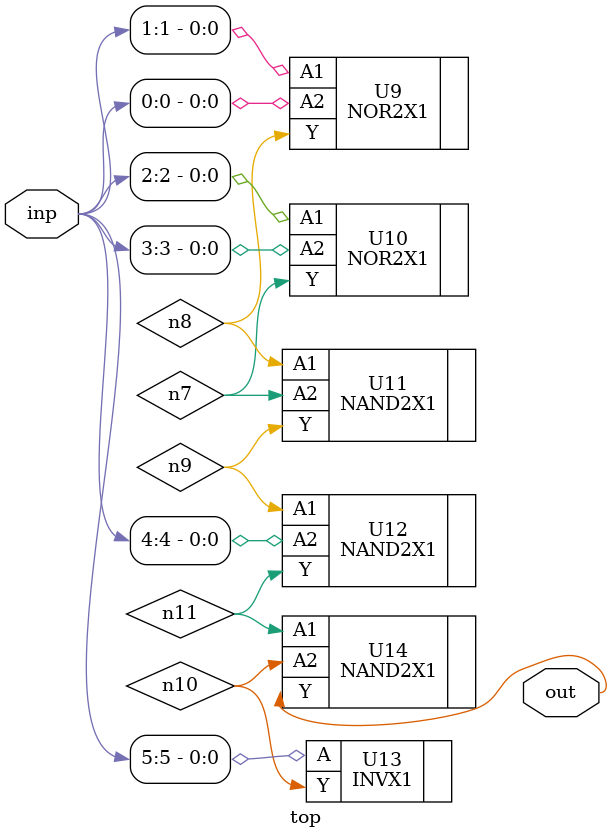
<source format=sv>


module top ( inp, out );
  input [5:0] inp;
  output out;
  wire   n7, n8, n9, n10, n11;

  NOR2X1 U9 ( .A1(inp[1]), .A2(inp[0]), .Y(n8) );
  NOR2X1 U10 ( .A1(inp[2]), .A2(inp[3]), .Y(n7) );
  NAND2X1 U11 ( .A1(n8), .A2(n7), .Y(n9) );
  NAND2X1 U12 ( .A1(n9), .A2(inp[4]), .Y(n11) );
  INVX1 U13 ( .A(inp[5]), .Y(n10) );
  NAND2X1 U14 ( .A1(n11), .A2(n10), .Y(out) );
endmodule


</source>
